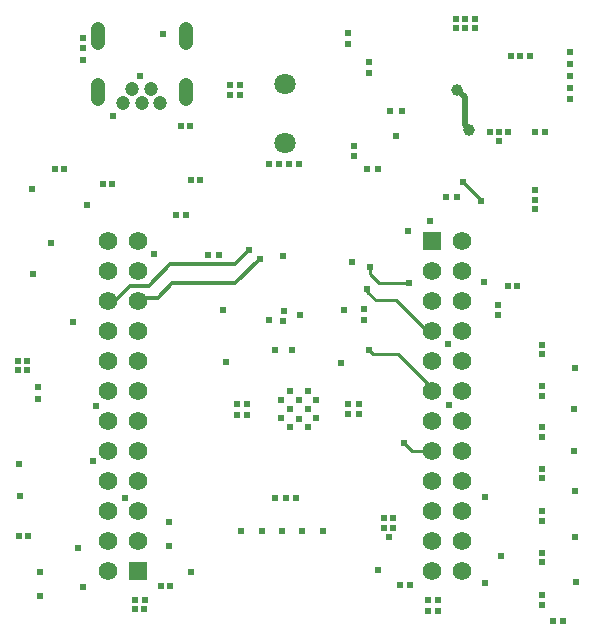
<source format=gbl>
G04 Layer: BottomLayer*
G04 EasyEDA v6.4.25, 2021-10-04T21:21:11--4:00*
G04 2cf70da8eae2490c89e5189a04a06a47,96b9eb17c6bf4bf1aa34359f555252a9,10*
G04 Gerber Generator version 0.2*
G04 Scale: 100 percent, Rotated: No, Reflected: No *
G04 Dimensions in millimeters *
G04 leading zeros omitted , absolute positions ,4 integer and 5 decimal *
%FSLAX45Y45*%
%MOMM*%

%ADD10C,0.2540*%
%ADD11C,0.3000*%
%ADD12C,0.5000*%
%ADD13C,0.6096*%
%ADD14C,1.0000*%
%ADD29C,1.8000*%
%ADD30C,1.2000*%
%ADD31R,1.5748X1.5748*%
%ADD32C,1.5748*%
%ADD33C,0.6200*%

%LPD*%
D10*
X2739994Y-601273D02*
G01*
X2739994Y-589993D01*
X2590012Y-440009D01*
X1779925Y-1349964D02*
G01*
X1779925Y-1370030D01*
X1854855Y-1444960D01*
X2025035Y-1444960D01*
X2283861Y-1703786D01*
X2323993Y-1703786D01*
X1799993Y-1159997D02*
G01*
X1799993Y-1219987D01*
X1880011Y-1300002D01*
X2129988Y-1300002D01*
X2090008Y-2650012D02*
G01*
X2159525Y-2719529D01*
X2323993Y-2719529D01*
D12*
X2539994Y339999D02*
G01*
X2603654Y276339D01*
X2603654Y37754D01*
X2639992Y1414D01*
D11*
X869995Y-1089995D02*
G01*
X659991Y-1299999D01*
X129999Y-1299999D01*
X10002Y-1419999D01*
X-130591Y-1419999D01*
X-158094Y-1447502D01*
D10*
X2323993Y-2211532D02*
G01*
X2323993Y-2184100D01*
X2036465Y-1896572D01*
X1826661Y-1896572D01*
X1790085Y-1859996D01*
D11*
X780003Y-1019992D02*
G01*
X659998Y-1139997D01*
X110037Y-1139997D01*
X-69961Y-1319999D01*
X-229996Y-1319999D01*
X-357497Y-1447502D01*
X-412094Y-1447502D01*
D29*
G01*
X1080079Y390062D03*
G01*
X1080079Y-109910D03*
D30*
G01*
X-292003Y227451D03*
G01*
X-132008Y227451D03*
G01*
X-211993Y347822D03*
G01*
X-51998Y347822D03*
G01*
X27985Y227451D03*
D31*
G01*
X-158094Y-3733500D03*
D32*
G01*
X-412094Y-3733500D03*
G01*
X-158094Y-3479500D03*
G01*
X-412094Y-3479500D03*
G01*
X-158094Y-3225500D03*
G01*
X-412094Y-3225500D03*
G01*
X-158094Y-2971500D03*
G01*
X-412094Y-2971500D03*
G01*
X-158094Y-2717500D03*
G01*
X-412094Y-2717500D03*
G01*
X-158094Y-2463500D03*
G01*
X-412094Y-2463500D03*
G01*
X-158094Y-2209500D03*
G01*
X-412094Y-2209500D03*
G01*
X-158094Y-1955500D03*
G01*
X-412094Y-1955500D03*
G01*
X-158094Y-1701500D03*
G01*
X-412094Y-1701500D03*
G01*
X-158094Y-1447500D03*
G01*
X-412094Y-1447500D03*
G01*
X-158094Y-1193500D03*
G01*
X-412094Y-1193500D03*
G01*
X-158094Y-939500D03*
G01*
X-412094Y-939500D03*
D31*
G01*
X2324018Y-941405D03*
D32*
G01*
X2578018Y-941405D03*
G01*
X2324018Y-1195405D03*
G01*
X2578018Y-1195405D03*
G01*
X2324018Y-1449405D03*
G01*
X2578018Y-1449405D03*
G01*
X2324018Y-1703405D03*
G01*
X2578018Y-1703405D03*
G01*
X2324018Y-1957405D03*
G01*
X2578018Y-1957405D03*
G01*
X2324018Y-2211405D03*
G01*
X2578018Y-2211405D03*
G01*
X2324018Y-2465405D03*
G01*
X2578018Y-2465405D03*
G01*
X2324018Y-2719405D03*
G01*
X2578018Y-2719405D03*
G01*
X2324018Y-2973405D03*
G01*
X2578018Y-2973405D03*
G01*
X2324018Y-3227405D03*
G01*
X2578018Y-3227405D03*
G01*
X2324018Y-3481405D03*
G01*
X2578018Y-3481405D03*
G01*
X2324018Y-3735405D03*
G01*
X2578018Y-3735405D03*
D33*
G01*
X1274008Y-2515036D03*
G01*
X1123995Y-2515036D03*
G01*
X1048989Y-2440030D03*
G01*
X1048989Y-2290018D03*
G01*
X1123995Y-2215037D03*
G01*
X1274008Y-2215037D03*
G01*
X1274008Y-2365024D03*
G01*
X1123995Y-2365024D03*
G01*
X1199001Y-2445034D03*
G01*
X1199001Y-2289027D03*
G01*
X1349014Y-2442011D03*
G01*
X1348988Y-2289027D03*
D13*
G01*
X1120007Y-289996D03*
G01*
X1790009Y-1859996D03*
G01*
X-630001Y-3869999D03*
G01*
X2469992Y-2329997D03*
G01*
X2769991Y-1289994D03*
G01*
X99994Y-3320013D03*
G01*
X-270007Y-3120014D03*
G01*
X1663796Y-141102D03*
G01*
X2739994Y-601273D03*
G01*
X250007Y769995D03*
G01*
X1180002Y-3120014D03*
G01*
X999992Y-3120014D03*
G01*
X-992967Y-3950949D03*
G01*
X-994897Y-3746962D03*
G01*
X-1089995Y-3440003D03*
G01*
X3496457Y658261D03*
G01*
X99994Y-3520013D03*
G01*
X1402481Y-3397788D03*
G01*
X1057473Y-3397788D03*
G01*
X712490Y-3397788D03*
G01*
X2971439Y-21544D03*
G01*
X3153785Y628721D03*
G01*
X3073775Y628721D03*
G01*
X2993791Y628721D03*
G01*
X1960011Y-3450010D03*
G01*
X3050001Y-1319992D03*
G01*
X2970016Y-1319992D03*
G01*
X3260008Y-4020012D03*
G01*
X3260008Y-3940002D03*
G01*
X3260008Y-3660018D03*
G01*
X3260008Y-3580008D03*
G01*
X3260008Y-3310006D03*
G01*
X3260008Y-3229996D03*
G01*
X3260008Y-2870001D03*
G01*
X3260008Y-2950011D03*
G01*
X3260008Y-2599999D03*
G01*
X3260008Y-2520015D03*
G01*
X3260008Y-2249987D03*
G01*
X3260008Y-2170003D03*
G01*
X3260008Y-1900001D03*
G01*
X3260008Y-1819991D03*
G01*
X2129988Y-1300002D03*
G01*
X1780001Y-1349989D03*
G01*
X1799991Y-1159997D03*
G01*
X1920006Y-3370000D03*
G01*
X2000016Y-3289990D03*
G01*
X2090008Y-2650012D03*
G01*
X1090010Y-3120014D03*
G01*
X1920006Y-3289990D03*
G01*
X2000016Y-3370000D03*
G01*
X-1100002Y-1959996D03*
G01*
X2069993Y159989D03*
G01*
X-1170005Y-3440003D03*
G01*
X2891454Y-91546D03*
G01*
X-1010010Y-2180010D03*
G01*
X2779999Y-3110006D03*
G01*
X1869993Y-3729995D03*
G01*
X290012Y-3740002D03*
G01*
X884981Y-3397788D03*
G01*
X1229989Y-3397788D03*
G01*
X1653661Y-1121262D03*
G01*
X1070096Y-1531218D03*
G01*
X1585920Y-1527662D03*
G01*
X945078Y-1607469D03*
G01*
X1068903Y-1619255D03*
G01*
X1213810Y-1568734D03*
G01*
X2891454Y-21544D03*
G01*
X1709999Y-2319990D03*
G01*
X2590007Y-440009D03*
G01*
X1618889Y820008D03*
G01*
X1969993Y159989D03*
G01*
X2120005Y-859998D03*
G01*
X-30002Y-1049990D03*
G01*
X3496457Y458261D03*
G01*
X3496457Y258262D03*
G01*
X3200013Y-590021D03*
G01*
X3200013Y-670006D03*
G01*
X3200013Y-510011D03*
G01*
X48356Y812363D03*
G01*
X1618889Y729990D03*
G01*
X1790009Y574923D03*
G01*
X1199992Y-289996D03*
G01*
X554324Y-1522252D03*
G01*
X2909996Y-3610005D03*
G01*
X247213Y-723397D03*
G01*
X-670006Y-3540003D03*
G01*
X2779999Y-3840002D03*
G01*
X2139995Y-3850010D03*
G01*
X2460010Y-1810009D03*
G01*
X2309997Y-770006D03*
G01*
X29992Y-3859992D03*
G01*
X3496457Y558261D03*
G01*
X3496457Y358261D03*
G01*
X2890006Y-1480012D03*
G01*
X2890006Y-1570004D03*
G01*
X1663796Y-221112D03*
G01*
X1780001Y-330001D03*
G01*
X1620006Y-2319990D03*
G01*
X1709999Y-2410007D03*
G01*
X1620006Y-2410007D03*
G01*
X-1179987Y-2029998D03*
G01*
X-1170005Y-2829996D03*
G01*
X-630001Y780003D03*
G01*
X-630001Y690011D03*
G01*
X950005Y-289996D03*
G01*
X1029990Y-289996D03*
G01*
X-459999Y-459999D03*
G01*
X110002Y-3859992D03*
G01*
X2060011Y-3850010D03*
G01*
X-100004Y-3980007D03*
G01*
X-189997Y-3980007D03*
G01*
X-189997Y-4059991D03*
G01*
X-109987Y-4059991D03*
G01*
X2290008Y-3980007D03*
G01*
X2380000Y-3980007D03*
G01*
X2380000Y-4070024D03*
G01*
X2290008Y-4070024D03*
G01*
X-1179987Y-1959996D03*
G01*
X157271Y-724540D03*
G01*
X585972Y-1966523D03*
G01*
X1143172Y-1863653D03*
G01*
X1558462Y-1973026D03*
G01*
X999992Y-1859996D03*
G01*
X1790009Y484906D03*
G01*
X3539992Y-2019990D03*
G01*
X3530010Y-2359995D03*
G01*
X3530010Y-2720014D03*
G01*
X3539992Y-3450010D03*
G01*
X3539992Y-3059993D03*
G01*
X3350000Y-4159991D03*
G01*
X3439993Y-4159991D03*
G01*
X-1010010Y-2280010D03*
G01*
X3550000Y-3829994D03*
G01*
X-1100002Y-2029998D03*
D14*
G01*
X2539994Y339999D03*
G01*
X2639994Y1417D03*
D13*
G01*
X2821452Y-21544D03*
G01*
X-379989Y-459999D03*
G01*
X-143794Y458642D03*
G01*
X-866932Y-333761D03*
G01*
X-790707Y-332821D03*
G01*
X-1159997Y-3099998D03*
G01*
X-1059997Y-500004D03*
G01*
X-900003Y-959998D03*
G01*
X-630001Y590011D03*
G01*
X763036Y-2414605D03*
G01*
X673044Y-2414605D03*
G01*
X673044Y-2324587D03*
G01*
X763036Y-2324587D03*
G01*
X1750004Y-1519991D03*
G01*
X1750004Y-1610009D03*
G01*
X-377601Y120822D03*
G01*
X284932Y-426674D03*
G01*
X366212Y-425429D03*
G01*
X2534940Y-568507D03*
G01*
X2444922Y-568507D03*
G01*
X2020006Y-49992D03*
G01*
X1068014Y-1070640D03*
G01*
X-514304Y-2337719D03*
G01*
X-546994Y-2800228D03*
G01*
X621050Y380410D03*
G01*
X701034Y380410D03*
G01*
X620008Y291104D03*
G01*
X699993Y291104D03*
G01*
X-592079Y-640339D03*
G01*
X1869993Y-330001D03*
G01*
X780003Y-1019992D03*
G01*
X869995Y-1089995D03*
G01*
X199994Y29992D03*
G01*
X281274Y31236D03*
G01*
X-714989Y-1630253D03*
G01*
X2530012Y939998D03*
G01*
X2609997Y939998D03*
G01*
X2690007Y939998D03*
G01*
X2530012Y859988D03*
G01*
X2609997Y859988D03*
G01*
X2690007Y859988D03*
G01*
X429991Y-1059997D03*
G01*
X519958Y-1058880D03*
G01*
X-1049990Y-1219992D03*
G01*
X3200013Y-19994D03*
G01*
X3279998Y-19994D03*
D30*
X241980Y732627D02*
G01*
X241980Y852627D01*
X241980Y257622D02*
G01*
X241980Y377621D01*
X-502010Y257622D02*
G01*
X-502010Y377621D01*
X-502010Y732627D02*
G01*
X-502010Y852627D01*
M02*

</source>
